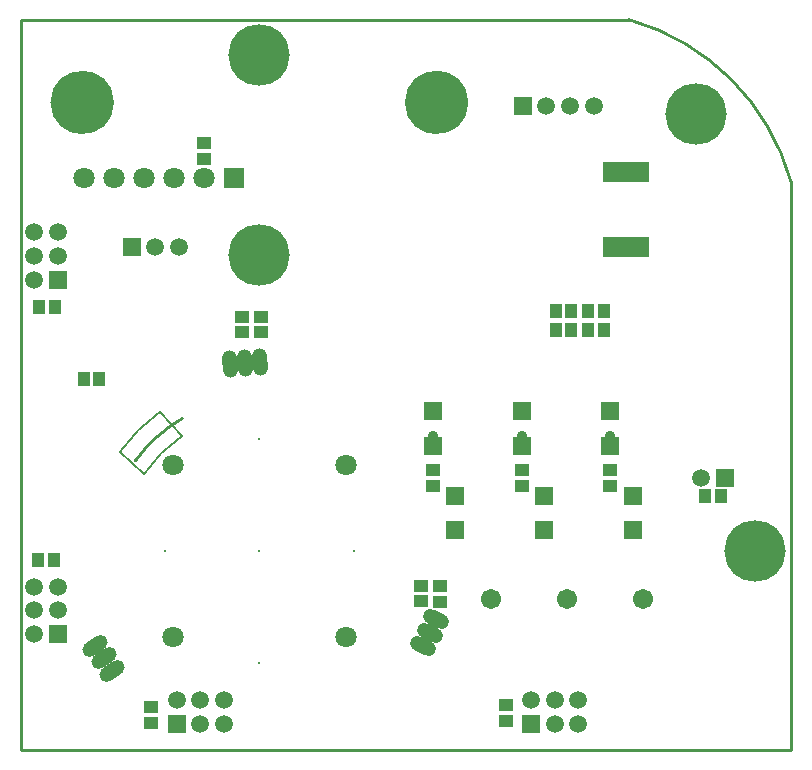
<source format=gbs>
G04*
G04 #@! TF.GenerationSoftware,Altium Limited,Altium Designer,20.1.14 (287)*
G04*
G04 Layer_Color=16711935*
%FSLAX25Y25*%
%MOIN*%
G70*
G04*
G04 #@! TF.SameCoordinates,BFC865CF-BEAF-49AC-A6C2-1AB5C3D80CD9*
G04*
G04*
G04 #@! TF.FilePolarity,Negative*
G04*
G01*
G75*
%ADD10C,0.00787*%
%ADD13C,0.01000*%
%ADD24C,0.04724*%
%ADD25R,0.04540X0.04147*%
%ADD26R,0.04737X0.04343*%
%ADD30R,0.04343X0.04737*%
%ADD47R,0.04147X0.04540*%
%ADD48C,0.05918*%
%ADD49R,0.05918X0.05918*%
%ADD50C,0.07099*%
%ADD51C,0.20485*%
G04:AMPARAMS|DCode=52|XSize=92.25mil|YSize=50.13mil|CornerRadius=0mil|HoleSize=0mil|Usage=FLASHONLY|Rotation=214.480|XOffset=0mil|YOffset=0mil|HoleType=Round|Shape=Round|*
%AMOVALD52*
21,1,0.04213,0.05013,0.00000,0.00000,214.5*
1,1,0.05013,0.01736,0.01192*
1,1,0.05013,-0.01736,-0.01192*
%
%ADD52OVALD52*%

G04:AMPARAMS|DCode=53|XSize=92.25mil|YSize=50.13mil|CornerRadius=0mil|HoleSize=0mil|Usage=FLASHONLY|Rotation=334.480|XOffset=0mil|YOffset=0mil|HoleType=Round|Shape=Round|*
%AMOVALD53*
21,1,0.04213,0.05013,0.00000,0.00000,334.5*
1,1,0.05013,-0.01901,0.00907*
1,1,0.05013,0.01901,-0.00907*
%
%ADD53OVALD53*%

G04:AMPARAMS|DCode=54|XSize=92.25mil|YSize=50.13mil|CornerRadius=0mil|HoleSize=0mil|Usage=FLASHONLY|Rotation=94.480|XOffset=0mil|YOffset=0mil|HoleType=Round|Shape=Round|*
%AMOVALD54*
21,1,0.04213,0.05013,0.00000,0.00000,94.5*
1,1,0.05013,0.00165,-0.02100*
1,1,0.05013,-0.00165,0.02100*
%
%ADD54OVALD54*%

%ADD55R,0.07099X0.07099*%
%ADD56C,0.06706*%
%ADD57C,0.00800*%
%ADD58R,0.05918X0.05918*%
%ADD59C,0.03556*%
%ADD101R,0.06312X0.05918*%
%ADD102R,0.15170X0.07099*%
D10*
X-33150Y46475D02*
G03*
X-46475Y33150I33150J-46475D01*
G01*
X-25868Y38351D02*
G03*
X-38351Y25868I25868J-38351D01*
G01*
X-46475Y33150D02*
X-38351Y25868D01*
X-33150Y46475D02*
X-25868Y38351D01*
D13*
X-25710Y44255D02*
G03*
X-41392Y30103I25710J-44255D01*
G01*
X177165Y123273D02*
G03*
X123273Y177165I-74803J-20911D01*
G01*
X-79528D02*
X-79527Y-66299D01*
X177165D01*
X177165Y123273D02*
X177165Y-66299D01*
X-79528Y177165D02*
X123273D01*
D24*
X67323Y149606D02*
G03*
X67323Y149606I-8268J0D01*
G01*
X-50787D02*
G03*
X-50787Y149606I-8268J0D01*
G01*
D25*
X53937Y-16732D02*
D03*
Y-11614D02*
D03*
X-5906Y78150D02*
D03*
Y73032D02*
D03*
X-18504Y136024D02*
D03*
Y130905D02*
D03*
D26*
X116929Y27067D02*
D03*
Y21752D02*
D03*
X87401Y27067D02*
D03*
Y21752D02*
D03*
X57874Y21752D02*
D03*
Y27067D02*
D03*
X60236Y-16831D02*
D03*
Y-11516D02*
D03*
X394Y72933D02*
D03*
Y78248D02*
D03*
X82284Y-56595D02*
D03*
Y-51279D02*
D03*
X-36220Y-57382D02*
D03*
Y-52067D02*
D03*
D30*
X153839Y18504D02*
D03*
X148524D02*
D03*
X-73524Y81496D02*
D03*
X-68209D02*
D03*
X-73917Y-2756D02*
D03*
X-68602D02*
D03*
D47*
X114764Y79921D02*
D03*
X109646D02*
D03*
X109646Y73622D02*
D03*
X114764D02*
D03*
X103937Y79921D02*
D03*
X98819D02*
D03*
X103937Y73622D02*
D03*
X98819D02*
D03*
X-58465Y57480D02*
D03*
X-53347D02*
D03*
D48*
X95669Y148425D02*
D03*
X103543D02*
D03*
X111417D02*
D03*
X-34646Y101575D02*
D03*
X-26772D02*
D03*
X147244Y24409D02*
D03*
X-75000Y-11811D02*
D03*
Y-19685D02*
D03*
X-67126Y-11811D02*
D03*
Y-19685D02*
D03*
X-75000Y-27559D02*
D03*
Y106299D02*
D03*
Y98425D02*
D03*
X-67126Y106299D02*
D03*
Y98425D02*
D03*
X-75000Y90551D02*
D03*
X106299Y-49724D02*
D03*
X98425D02*
D03*
X106299Y-57598D02*
D03*
X98425D02*
D03*
X90551Y-49724D02*
D03*
X-11811D02*
D03*
X-19685D02*
D03*
X-11811Y-57598D02*
D03*
X-19685D02*
D03*
X-27559Y-49724D02*
D03*
D49*
X87795Y148425D02*
D03*
X-42520Y101575D02*
D03*
X155118Y24409D02*
D03*
X90551Y-57598D02*
D03*
X-27559D02*
D03*
D50*
X28740Y28740D02*
D03*
Y-28740D02*
D03*
X-28740D02*
D03*
Y28740D02*
D03*
X-38465Y124409D02*
D03*
X-18465D02*
D03*
X-28465D02*
D03*
X-48465D02*
D03*
X-58465D02*
D03*
D51*
X0Y98819D02*
D03*
Y165354D02*
D03*
X-59055Y149606D02*
D03*
X59055D02*
D03*
X165354Y0D02*
D03*
X145669Y145669D02*
D03*
D52*
X-49095Y-39779D02*
D03*
X-54756Y-31536D02*
D03*
X-51926Y-35658D02*
D03*
D53*
X56846Y-27139D02*
D03*
X54692Y-31651D02*
D03*
X59000Y-22626D02*
D03*
D54*
X-9906Y62409D02*
D03*
X64Y63190D02*
D03*
X-4921Y62800D02*
D03*
D55*
X-8465Y124409D02*
D03*
D56*
X127953Y-15748D02*
D03*
X102362D02*
D03*
X77165D02*
D03*
D57*
X0Y0D02*
D03*
Y-37402D02*
D03*
Y37401D02*
D03*
X-31496Y0D02*
D03*
X31496D02*
D03*
D58*
X-67126Y-27559D02*
D03*
Y90551D02*
D03*
D59*
X116929Y38386D02*
D03*
X87402D02*
D03*
X57874D02*
D03*
D101*
X65354Y6988D02*
D03*
Y18406D02*
D03*
X57874Y46654D02*
D03*
Y35236D02*
D03*
X116929Y46654D02*
D03*
Y35236D02*
D03*
X124409Y6988D02*
D03*
Y18405D02*
D03*
X87402Y46654D02*
D03*
Y35236D02*
D03*
X94882Y6988D02*
D03*
Y18405D02*
D03*
D102*
X122047Y101279D02*
D03*
Y126279D02*
D03*
M02*

</source>
